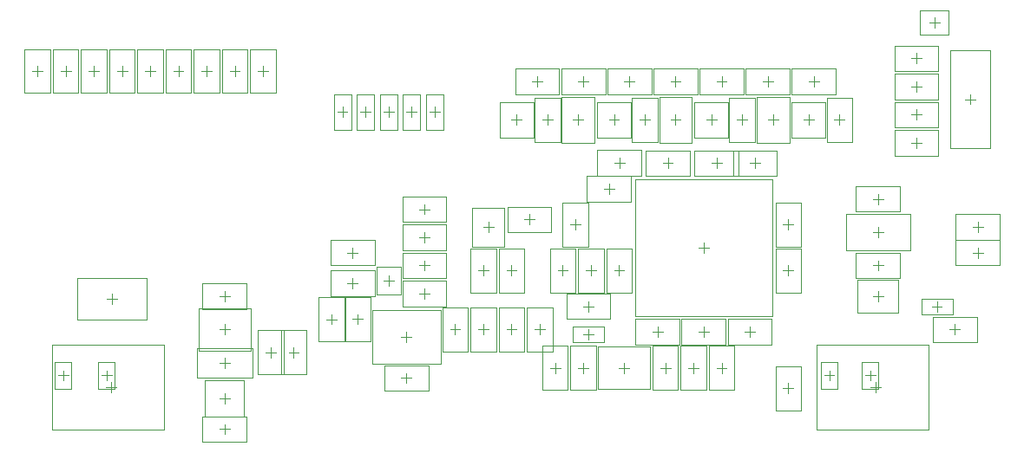
<source format=gbr>
%TF.GenerationSoftware,Altium Limited,Altium Designer,21.0.9 (235)*%
G04 Layer_Color=32768*
%FSLAX45Y45*%
%MOMM*%
%TF.SameCoordinates,EF7BBA3F-781E-4618-A6AB-C8CA2981E545*%
%TF.FilePolarity,Positive*%
%TF.FileFunction,Other,Mechanical_15*%
%TF.Part,Single*%
G01*
G75*
%TA.AperFunction,NonConductor*%
%ADD148C,0.10000*%
%ADD150C,0.05000*%
D148*
X1175000Y675000D02*
X1275000D01*
X1225000Y625000D02*
Y725000D01*
X750000Y675000D02*
X850000D01*
X800000Y625000D02*
Y725000D01*
X8225000Y675000D02*
X8325000D01*
X8275000Y625000D02*
Y725000D01*
X8625000Y675000D02*
X8725000D01*
X8675000Y625000D02*
Y725000D01*
X9300000Y4075000D02*
Y4175000D01*
X9250000Y4125000D02*
X9350000D01*
X5425000Y3500000D02*
Y3600000D01*
X5375000Y3550000D02*
X5475000D01*
X3417339Y1174280D02*
Y1274280D01*
X3367339Y1224280D02*
X3467339D01*
X9450000Y1125000D02*
X9550000D01*
X9500000Y1075000D02*
Y1175000D01*
X5175000Y1650000D02*
Y1750000D01*
X5125000Y1700000D02*
X5225000D01*
X5875000Y1075000D02*
X5975000D01*
X5925000Y1025000D02*
Y1125000D01*
X4625000Y1075000D02*
Y1175000D01*
X4575000Y1125000D02*
X4675000D01*
X1225000Y1425000D02*
X1325000D01*
X1275000Y1375000D02*
Y1475000D01*
X4375000Y3250000D02*
X4475000D01*
X4425000Y3200000D02*
Y3300000D01*
X4510000Y3077500D02*
Y3422500D01*
X4340000Y3077500D02*
Y3422500D01*
X4510000D01*
X4340000Y3077500D02*
X4510000D01*
X2700000Y3650000D02*
X2800000D01*
X2750000Y3600000D02*
Y3700000D01*
X2425000Y3650000D02*
X2525000D01*
X2475000Y3600000D02*
Y3700000D01*
X2150000Y3650000D02*
X2250000D01*
X2200000Y3600000D02*
Y3700000D01*
X1875000Y3650000D02*
X1975000D01*
X1925000Y3600000D02*
Y3700000D01*
X1600000Y3650000D02*
X1700000D01*
X1650000Y3600000D02*
Y3700000D01*
X1325000Y3650000D02*
X1425000D01*
X1375000Y3600000D02*
Y3700000D01*
X1050000Y3650000D02*
X1150000D01*
X1100000Y3600000D02*
Y3700000D01*
X775000Y3650000D02*
X875000D01*
X825000Y3600000D02*
Y3700000D01*
X500000Y3650000D02*
X600000D01*
X550000Y3600000D02*
Y3700000D01*
X8025000Y3175000D02*
X8125000D01*
X8075000Y3125000D02*
Y3225000D01*
X7675000Y3175000D02*
X7775000D01*
X7725000Y3125000D02*
Y3225000D01*
X7075000Y3175000D02*
X7175000D01*
X7125000Y3125000D02*
Y3225000D01*
X6725000Y3175000D02*
X6825000D01*
X6775000Y3125000D02*
Y3225000D01*
X6125000Y3175000D02*
X6225000D01*
X6175000Y3125000D02*
Y3225000D01*
X5775000Y3175000D02*
X5875000D01*
X5825000Y3125000D02*
Y3225000D01*
X8075000Y3550000D02*
X8175000D01*
X8125000Y3500000D02*
Y3600000D01*
X7625000Y3550000D02*
X7725000D01*
X7675000Y3500000D02*
Y3600000D01*
X7175000Y3550000D02*
X7275000D01*
X7225000Y3500000D02*
Y3600000D01*
X6725000Y3550000D02*
X6825000D01*
X6775000Y3500000D02*
Y3600000D01*
X6275000Y3550000D02*
X6375000D01*
X6325000Y3500000D02*
Y3600000D01*
X5825000Y3550000D02*
X5925000D01*
X5875000Y3500000D02*
Y3600000D01*
X5475000Y3175000D02*
X5575000D01*
X5525000Y3125000D02*
Y3225000D01*
X6425000Y3175000D02*
X6525000D01*
X6475000Y3125000D02*
Y3225000D01*
X7375000Y3175000D02*
X7475000D01*
X7425000Y3125000D02*
Y3225000D01*
X8325000Y3175000D02*
X8425000D01*
X8375000Y3125000D02*
Y3225000D01*
X7875000Y1650000D02*
Y1750000D01*
X7825000Y1700000D02*
X7925000D01*
X7875000Y2100000D02*
Y2200000D01*
X7825000Y2150000D02*
X7925000D01*
X7500000Y2750000D02*
X7600000D01*
X7550000Y2700000D02*
Y2800000D01*
X7125000Y2750000D02*
X7225000D01*
X7175000Y2700000D02*
Y2800000D01*
X6650000Y2750000D02*
X6750000D01*
X6700000Y2700000D02*
Y2800000D01*
X6177280Y2755120D02*
X6277280D01*
X6227280Y2705120D02*
Y2805120D01*
X6075000Y2500000D02*
X6175000D01*
X6125000Y2450000D02*
Y2550000D01*
X5800000Y2100000D02*
Y2200000D01*
X5750000Y2150000D02*
X5850000D01*
X5900000Y1700000D02*
X6000000D01*
X5950000Y1650000D02*
Y1750000D01*
X5675000Y1650000D02*
Y1750000D01*
X5625000Y1700000D02*
X5725000D01*
X6175000D02*
X6275000D01*
X6225000Y1650000D02*
Y1750000D01*
X5875000Y1350000D02*
X5975000D01*
X5925000Y1300000D02*
Y1400000D01*
X9125000Y2900000D02*
Y3000000D01*
X9075000Y2950000D02*
X9175000D01*
X9125000Y3175000D02*
Y3275000D01*
X9075000Y3225000D02*
X9175000D01*
X9125000Y3450000D02*
Y3550000D01*
X9075000Y3500000D02*
X9175000D01*
X9125000Y3725000D02*
Y3825000D01*
X9075000Y3775000D02*
X9175000D01*
X9725000Y1825000D02*
Y1925000D01*
X9675000Y1875000D02*
X9775000D01*
X9725000Y2075000D02*
Y2175000D01*
X9675000Y2125000D02*
X9775000D01*
X8700000Y2400000D02*
X8800000D01*
X8750000Y2350000D02*
Y2450000D01*
Y1700000D02*
Y1800000D01*
X8700000Y1750000D02*
X8800000D01*
X9325000Y1300000D02*
Y1400000D01*
X9275000Y1350000D02*
X9375000D01*
X7825000Y550000D02*
X7925000D01*
X7875000Y500000D02*
Y600000D01*
X6950000Y700000D02*
Y800000D01*
X6900000Y750000D02*
X7000000D01*
X7450000Y1100000D02*
X7550000D01*
X7500000Y1050000D02*
Y1150000D01*
X7000000Y1100000D02*
X7100000D01*
X7050000Y1050000D02*
Y1150000D01*
X7225000Y700000D02*
Y800000D01*
X7175000Y750000D02*
X7275000D01*
X6675000Y700000D02*
Y800000D01*
X6625000Y750000D02*
X6725000D01*
X6550000Y1100000D02*
X6650000D01*
X6600000Y1050000D02*
Y1150000D01*
X6275000Y700000D02*
Y800000D01*
X6225000Y750000D02*
X6325000D01*
X5875000Y700000D02*
Y800000D01*
X5825000Y750000D02*
X5925000D01*
X5600000Y700000D02*
Y800000D01*
X5550000Y750000D02*
X5650000D01*
X5350000Y2150000D02*
Y2250000D01*
X5300000Y2200000D02*
X5400000D01*
X4950000Y2075000D02*
Y2175000D01*
X4900000Y2125000D02*
X5000000D01*
X4900000Y1650000D02*
Y1750000D01*
X4850000Y1700000D02*
X4950000D01*
X5400000Y1125000D02*
X5500000D01*
X5450000Y1075000D02*
Y1175000D01*
X5125000Y1125000D02*
X5225000D01*
X5175000Y1075000D02*
Y1175000D01*
X4850000Y1125000D02*
X4950000D01*
X4900000Y1075000D02*
Y1175000D01*
X4325000Y2250000D02*
Y2350000D01*
X4275000Y2300000D02*
X4375000D01*
X4325000Y1975000D02*
Y2075000D01*
X4275000Y2025000D02*
X4375000D01*
X4325000Y1700000D02*
Y1800000D01*
X4275000Y1750000D02*
X4375000D01*
X4325000Y1425000D02*
Y1525000D01*
X4275000Y1475000D02*
X4375000D01*
X3925000Y1600000D02*
X4025000D01*
X3975000Y1550000D02*
Y1650000D01*
X4100000Y650000D02*
X4200000D01*
X4150000Y600000D02*
Y700000D01*
X3625000Y1825000D02*
Y1925000D01*
X3575000Y1875000D02*
X3675000D01*
X3625000Y1525000D02*
Y1625000D01*
X3575000Y1575000D02*
X3675000D01*
X3625000Y1225000D02*
X3725000D01*
X3675000Y1175000D02*
Y1275000D01*
X3050000Y850000D02*
Y950000D01*
X3000000Y900000D02*
X3100000D01*
X2825000Y850000D02*
Y950000D01*
X2775000Y900000D02*
X2875000D01*
X2375000Y100000D02*
Y200000D01*
X2325000Y150000D02*
X2425000D01*
X2325000Y450000D02*
X2425000D01*
X2375000Y400000D02*
Y500000D01*
Y750000D02*
Y850000D01*
X2325000Y800000D02*
X2425000D01*
X2325000Y1125000D02*
X2425000D01*
X2375000Y1075000D02*
Y1175000D01*
Y1400000D02*
Y1500000D01*
X2325000Y1450000D02*
X2425000D01*
X4150000Y3250000D02*
X4250000D01*
X4200000Y3200000D02*
Y3300000D01*
X4285000Y3077500D02*
Y3422500D01*
X4115000Y3077500D02*
Y3422500D01*
X4285000D01*
X4115000Y3077500D02*
X4285000D01*
X3925000Y3250000D02*
X4025000D01*
X3975000Y3200000D02*
Y3300000D01*
X4060000Y3077500D02*
Y3422500D01*
X3890000Y3077500D02*
Y3422500D01*
X4060000D01*
X3890000Y3077500D02*
X4060000D01*
X3699976Y3249999D02*
X3799976D01*
X3749976Y3199999D02*
Y3299999D01*
X3834976Y3077499D02*
Y3422499D01*
X3664976Y3077499D02*
Y3422499D01*
X3834976D01*
X3664976Y3077499D02*
X3834976D01*
X3475000Y3250000D02*
X3575000D01*
X3525000Y3200000D02*
Y3300000D01*
X3610000Y3077500D02*
Y3422500D01*
X3440000Y3077500D02*
Y3422500D01*
X3610000D01*
X3440000Y3077500D02*
X3610000D01*
X8730000Y508800D02*
Y608800D01*
X8680000Y558800D02*
X8780000D01*
X1270000Y508800D02*
Y608800D01*
X1220000Y558800D02*
X1320000D01*
X8700000Y2075000D02*
X8800000D01*
X8750000Y2025000D02*
Y2125000D01*
X4150000Y1000000D02*
Y1100000D01*
X4100000Y1050000D02*
X4200000D01*
X5225000Y3125000D02*
Y3225000D01*
X5175000Y3175000D02*
X5275000D01*
X7000000Y1925000D02*
X7100000D01*
X7050000Y1875000D02*
Y1975000D01*
D150*
X1305000Y540000D02*
Y810000D01*
X1145000Y540000D02*
Y810000D01*
Y540000D02*
X1305000D01*
X1145000Y810000D02*
X1305000D01*
X880000Y540000D02*
Y810000D01*
X720000Y540000D02*
Y810000D01*
Y540000D02*
X880000D01*
X720000Y810000D02*
X880000D01*
X8355000Y540000D02*
Y810000D01*
X8195000Y540000D02*
Y810000D01*
Y540000D02*
X8355000D01*
X8195000Y810000D02*
X8355000D01*
X8755000Y540000D02*
Y810000D01*
X8595000Y540000D02*
Y810000D01*
Y540000D02*
X8755000D01*
X8595000Y810000D02*
X8755000D01*
X9163000Y4242000D02*
X9437000D01*
X9163000Y4008000D02*
Y4242000D01*
X9437000Y4008000D02*
Y4242000D01*
X9163000Y4008000D02*
X9437000D01*
X5210000Y3675000D02*
X5640000D01*
X5210000Y3425000D02*
X5640000D01*
X5210000D02*
Y3675000D01*
X5640000Y3425000D02*
Y3675000D01*
X3292339Y1009280D02*
X3542339D01*
X3292339Y1439280D02*
X3542339D01*
X3292339Y1009280D02*
Y1439280D01*
X3542339Y1009280D02*
Y1439280D01*
X9715000Y1000000D02*
Y1250000D01*
X9285000Y1000000D02*
Y1250000D01*
Y1000000D02*
X9715000D01*
X9285000Y1250000D02*
X9715000D01*
X5050000Y1485000D02*
X5300000D01*
X5050000Y1915000D02*
X5300000D01*
X5050000Y1485000D02*
Y1915000D01*
X5300000Y1485000D02*
Y1915000D01*
X5772000Y997500D02*
X6078000D01*
Y1152500D01*
X5772000D02*
X6078000D01*
X5772000Y997500D02*
Y1152500D01*
X4500000Y1340000D02*
X4750000D01*
X4500000Y910000D02*
X4750000D01*
Y1340000D01*
X4500000Y910000D02*
Y1340000D01*
X936050Y1220000D02*
Y1630000D01*
X1613950Y1220000D02*
Y1630000D01*
X936050D02*
X1613950D01*
X936050Y1220000D02*
X1613950D01*
X2875000Y3435000D02*
Y3865000D01*
X2625000Y3435000D02*
Y3865000D01*
Y3435000D02*
X2875000D01*
X2625000Y3865000D02*
X2875000D01*
X2600000Y3435000D02*
Y3865000D01*
X2350000Y3435000D02*
Y3865000D01*
Y3435000D02*
X2600000D01*
X2350000Y3865000D02*
X2600000D01*
X2075000Y3435000D02*
Y3865000D01*
X2325000Y3435000D02*
Y3865000D01*
X2075000D02*
X2325000D01*
X2075000Y3435000D02*
X2325000D01*
X1800000D02*
Y3865000D01*
X2050000Y3435000D02*
Y3865000D01*
X1800000D02*
X2050000D01*
X1800000Y3435000D02*
X2050000D01*
X1525000D02*
Y3865000D01*
X1775000Y3435000D02*
Y3865000D01*
X1525000D02*
X1775000D01*
X1525000Y3435000D02*
X1775000D01*
X1500000D02*
Y3865000D01*
X1250000Y3435000D02*
Y3865000D01*
Y3435000D02*
X1500000D01*
X1250000Y3865000D02*
X1500000D01*
X975000Y3435000D02*
Y3865000D01*
X1225000Y3435000D02*
Y3865000D01*
X975000D02*
X1225000D01*
X975000Y3435000D02*
X1225000D01*
X700000D02*
Y3865000D01*
X950000Y3435000D02*
Y3865000D01*
X700000D02*
X950000D01*
X700000Y3435000D02*
X950000D01*
X675000Y3435000D02*
Y3865000D01*
X425000Y3435000D02*
Y3865000D01*
Y3435000D02*
X675000D01*
X425000Y3865000D02*
X675000D01*
X7910000Y3000000D02*
Y3350000D01*
X8240000Y3000000D02*
Y3350000D01*
X7910000Y3000000D02*
X8240000D01*
X7910000Y3350000D02*
X8240000D01*
X7885000Y2950000D02*
Y3400000D01*
X7565000Y2950000D02*
Y3400000D01*
X7885000D01*
X7565000Y2950000D02*
X7885000D01*
X6960000Y3000000D02*
Y3350000D01*
X7290000Y3000000D02*
Y3350000D01*
X6960000Y3000000D02*
X7290000D01*
X6960000Y3350000D02*
X7290000D01*
X6935000Y2950000D02*
Y3400000D01*
X6615000Y2950000D02*
Y3400000D01*
X6935000D01*
X6615000Y2950000D02*
X6935000D01*
X6010000Y3000000D02*
Y3350000D01*
X6340000Y3000000D02*
Y3350000D01*
X6010000Y3000000D02*
X6340000D01*
X6010000Y3350000D02*
X6340000D01*
X5665000Y2950000D02*
Y3400000D01*
X5985000Y2950000D02*
Y3400000D01*
X5665000Y2950000D02*
X5985000D01*
X5665000Y3400000D02*
X5985000D01*
X8340000Y3425000D02*
Y3675000D01*
X7910000Y3425000D02*
Y3675000D01*
Y3425000D02*
X8340000D01*
X7910000Y3675000D02*
X8340000D01*
X7460000Y3425000D02*
Y3675000D01*
X7890000Y3425000D02*
Y3675000D01*
X7460000D02*
X7890000D01*
X7460000Y3425000D02*
X7890000D01*
X7440000D02*
Y3675000D01*
X7010000Y3425000D02*
Y3675000D01*
Y3425000D02*
X7440000D01*
X7010000Y3675000D02*
X7440000D01*
X6560000Y3425000D02*
Y3675000D01*
X6990000Y3425000D02*
Y3675000D01*
X6560000D02*
X6990000D01*
X6560000Y3425000D02*
X6990000D01*
X6540000D02*
Y3675000D01*
X6110000Y3425000D02*
Y3675000D01*
Y3425000D02*
X6540000D01*
X6110000Y3675000D02*
X6540000D01*
X5660000Y3425000D02*
Y3675000D01*
X6090000Y3425000D02*
Y3675000D01*
X5660000D02*
X6090000D01*
X5660000Y3425000D02*
X6090000D01*
X5400000Y2960000D02*
Y3390000D01*
X5650000Y2960000D02*
Y3390000D01*
X5400000Y2960000D02*
X5650000D01*
X5400000Y3390000D02*
X5650000D01*
X6350000Y2960000D02*
Y3390000D01*
X6600000Y2960000D02*
Y3390000D01*
X6350000Y2960000D02*
X6600000D01*
X6350000Y3390000D02*
X6600000D01*
X7300000Y2960000D02*
Y3390000D01*
X7550000Y2960000D02*
Y3390000D01*
X7300000Y2960000D02*
X7550000D01*
X7300000Y3390000D02*
X7550000D01*
X8250000Y2960000D02*
Y3390000D01*
X8500000Y2960000D02*
Y3390000D01*
X8250000Y2960000D02*
X8500000D01*
X8250000Y3390000D02*
X8500000D01*
X7750000Y1915000D02*
X8000000D01*
X7750000Y1485000D02*
X8000000D01*
Y1915000D01*
X7750000Y1485000D02*
Y1915000D01*
Y1935000D02*
X8000000D01*
X7750000Y2365000D02*
X8000000D01*
X7750000Y1935000D02*
Y2365000D01*
X8000000Y1935000D02*
Y2365000D01*
X7335000Y2625000D02*
Y2875000D01*
X7765000Y2625000D02*
Y2875000D01*
X7335000D02*
X7765000D01*
X7335000Y2625000D02*
X7765000D01*
X7390000D02*
Y2875000D01*
X6960000Y2625000D02*
Y2875000D01*
Y2625000D02*
X7390000D01*
X6960000Y2875000D02*
X7390000D01*
X6915000Y2625000D02*
Y2875000D01*
X6485000Y2625000D02*
Y2875000D01*
Y2625000D02*
X6915000D01*
X6485000Y2875000D02*
X6915000D01*
X6012280Y2630120D02*
Y2880120D01*
X6442280Y2630120D02*
Y2880120D01*
X6012280D02*
X6442280D01*
X6012280Y2630120D02*
X6442280D01*
X6340000Y2375000D02*
Y2625000D01*
X5910000Y2375000D02*
Y2625000D01*
Y2375000D02*
X6340000D01*
X5910000Y2625000D02*
X6340000D01*
X5675000Y2365000D02*
X5925000D01*
X5675000Y1935000D02*
X5925000D01*
Y2365000D01*
X5675000Y1935000D02*
Y2365000D01*
X5825000Y1485000D02*
Y1915000D01*
X6075000Y1485000D02*
Y1915000D01*
X5825000Y1485000D02*
X6075000D01*
X5825000Y1915000D02*
X6075000D01*
X5550000Y1915000D02*
X5800000D01*
X5550000Y1485000D02*
X5800000D01*
Y1915000D01*
X5550000Y1485000D02*
Y1915000D01*
X6100000Y1485000D02*
Y1915000D01*
X6350000Y1485000D02*
Y1915000D01*
X6100000Y1485000D02*
X6350000D01*
X6100000Y1915000D02*
X6350000D01*
X5710000Y1225000D02*
Y1475000D01*
X6140000Y1225000D02*
Y1475000D01*
X5710000D02*
X6140000D01*
X5710000Y1225000D02*
X6140000D01*
X8910000Y3075000D02*
X9340000D01*
X8910000Y2825000D02*
X9340000D01*
X8910000D02*
Y3075000D01*
X9340000Y2825000D02*
Y3075000D01*
X8910000Y3350000D02*
X9340000D01*
X8910000Y3100000D02*
X9340000D01*
X8910000D02*
Y3350000D01*
X9340000Y3100000D02*
Y3350000D01*
X8910000Y3625000D02*
X9340000D01*
X8910000Y3375000D02*
X9340000D01*
X8910000D02*
Y3625000D01*
X9340000Y3375000D02*
Y3625000D01*
X8910000Y3900000D02*
X9340000D01*
X8910000Y3650000D02*
X9340000D01*
X8910000D02*
Y3900000D01*
X9340000Y3650000D02*
Y3900000D01*
X9600000Y3375000D02*
X9700000D01*
X9650000Y3325000D02*
Y3425000D01*
X9452500Y2895500D02*
Y3854500D01*
Y2895500D02*
X9847500D01*
Y3854500D01*
X9452500D02*
X9847500D01*
X9510000Y2000000D02*
X9940000D01*
X9510000Y1750000D02*
X9940000D01*
Y2000000D01*
X9510000Y1750000D02*
Y2000000D01*
Y2250000D02*
X9940000D01*
X9510000Y2000000D02*
X9940000D01*
Y2250000D01*
X9510000Y2000000D02*
Y2250000D01*
X8535000Y2275000D02*
Y2525000D01*
X8965000Y2275000D02*
Y2525000D01*
X8535000D02*
X8965000D01*
X8535000Y2275000D02*
X8965000D01*
X8552500Y1612000D02*
X8947500D01*
X8552500Y1288000D02*
Y1612000D01*
Y1288000D02*
X8947500D01*
Y1612000D01*
X8750000Y1400000D02*
Y1500000D01*
X8700000Y1450000D02*
X8800000D01*
X8535000Y1625000D02*
X8965000D01*
X8535000Y1875000D02*
X8965000D01*
Y1625000D02*
Y1875000D01*
X8535000Y1625000D02*
Y1875000D01*
X9478000Y1272500D02*
Y1427500D01*
X9172000Y1272500D02*
X9478000D01*
X9172000D02*
Y1427500D01*
X9478000D01*
X7750000Y335000D02*
Y765000D01*
X8000000Y335000D02*
Y765000D01*
X7750000Y335000D02*
X8000000D01*
X7750000Y765000D02*
X8000000D01*
X6825000Y965000D02*
X7075000D01*
X6825000Y535000D02*
X7075000D01*
Y965000D01*
X6825000Y535000D02*
Y965000D01*
X7715000Y975000D02*
Y1225000D01*
X7285000Y975000D02*
Y1225000D01*
Y975000D02*
X7715000D01*
X7285000Y1225000D02*
X7715000D01*
X7265000Y975000D02*
Y1225000D01*
X6835000Y975000D02*
Y1225000D01*
Y975000D02*
X7265000D01*
X6835000Y1225000D02*
X7265000D01*
X7100000Y535000D02*
X7350000D01*
X7100000Y965000D02*
X7350000D01*
X7100000Y535000D02*
Y965000D01*
X7350000Y535000D02*
Y965000D01*
X6550000Y965000D02*
X6800000D01*
X6550000Y535000D02*
X6800000D01*
Y965000D01*
X6550000Y535000D02*
Y965000D01*
X6385000Y975000D02*
Y1225000D01*
X6815000Y975000D02*
Y1225000D01*
X6385000D02*
X6815000D01*
X6385000Y975000D02*
X6815000D01*
X6020000Y545000D02*
X6530000D01*
X6020000Y955000D02*
X6530000D01*
Y545000D02*
Y955000D01*
X6020000Y545000D02*
Y955000D01*
X5750000Y965000D02*
X6000000D01*
X5750000Y535000D02*
X6000000D01*
Y965000D01*
X5750000Y535000D02*
Y965000D01*
X5475000Y535000D02*
X5725000D01*
X5475000Y965000D02*
X5725000D01*
X5475000Y535000D02*
Y965000D01*
X5725000Y535000D02*
Y965000D01*
X5135000Y2325000D02*
X5565000D01*
X5135000Y2075000D02*
X5565000D01*
X5135000D02*
Y2325000D01*
X5565000Y2075000D02*
Y2325000D01*
X5106000Y1935000D02*
Y2315000D01*
X4794000Y1935000D02*
Y2315000D01*
Y1935000D02*
X5106000D01*
X4794000Y2315000D02*
X5106000D01*
X4775000Y1915000D02*
X5025000D01*
X4775000Y1485000D02*
X5025000D01*
Y1915000D01*
X4775000Y1485000D02*
Y1915000D01*
X5575000Y910000D02*
Y1340000D01*
X5325000Y910000D02*
Y1340000D01*
X5575000D01*
X5325000Y910000D02*
X5575000D01*
X5300000D02*
Y1340000D01*
X5050000Y910000D02*
Y1340000D01*
X5300000D01*
X5050000Y910000D02*
X5300000D01*
X5025000D02*
Y1340000D01*
X4775000Y910000D02*
Y1340000D01*
X5025000D01*
X4775000Y910000D02*
X5025000D01*
X4110000Y2175000D02*
X4540000D01*
X4110000Y2425000D02*
X4540000D01*
Y2175000D02*
Y2425000D01*
X4110000Y2175000D02*
Y2425000D01*
Y1900000D02*
X4540000D01*
X4110000Y2150000D02*
X4540000D01*
Y1900000D02*
Y2150000D01*
X4110000Y1900000D02*
Y2150000D01*
Y1875000D02*
X4540000D01*
X4110000Y1625000D02*
X4540000D01*
X4110000D02*
Y1875000D01*
X4540000Y1625000D02*
Y1875000D01*
X4110000Y1600000D02*
X4540000D01*
X4110000Y1350000D02*
X4540000D01*
X4110000D02*
Y1600000D01*
X4540000Y1350000D02*
Y1600000D01*
X3855000Y1462500D02*
Y1737500D01*
X4095000Y1462500D02*
Y1737500D01*
X3855000Y1462500D02*
X4095000D01*
X3855000Y1737500D02*
X4095000D01*
X4365000Y525000D02*
Y775000D01*
X3935000Y525000D02*
Y775000D01*
Y525000D02*
X4365000D01*
X3935000Y775000D02*
X4365000D01*
X3410000Y2000000D02*
X3840000D01*
X3410000Y1750000D02*
X3840000D01*
X3410000D02*
Y2000000D01*
X3840000Y1750000D02*
Y2000000D01*
X3410000Y1700000D02*
X3840000D01*
X3410000Y1450000D02*
X3840000D01*
X3410000D02*
Y1700000D01*
X3840000Y1450000D02*
Y1700000D01*
X3800000Y1010000D02*
Y1440000D01*
X3550000Y1010000D02*
Y1440000D01*
X3800000D01*
X3550000Y1010000D02*
X3800000D01*
X2925000Y1115000D02*
X3175000D01*
X2925000Y685000D02*
X3175000D01*
Y1115000D01*
X2925000Y685000D02*
Y1115000D01*
X2700000D02*
X2950000D01*
X2700000Y685000D02*
X2950000D01*
Y1115000D01*
X2700000Y685000D02*
Y1115000D01*
X2160000Y25000D02*
X2590000D01*
X2160000Y275000D02*
X2590000D01*
Y25000D02*
Y275000D01*
X2160000Y25000D02*
Y275000D01*
X2567500D02*
Y625000D01*
X2182500Y275000D02*
Y625000D01*
Y275000D02*
X2567500D01*
X2182500Y625000D02*
X2567500D01*
X2105000Y655000D02*
X2645000D01*
X2105000Y945000D02*
X2645000D01*
Y655000D02*
Y945000D01*
X2105000Y655000D02*
Y945000D01*
X2120000Y920000D02*
Y1330000D01*
X2630000Y920000D02*
Y1330000D01*
X2120000D02*
X2630000D01*
X2120000Y920000D02*
X2630000D01*
X2160000Y1575000D02*
X2590000D01*
X2160000Y1325000D02*
X2590000D01*
X2160000D02*
Y1575000D01*
X2590000Y1325000D02*
Y1575000D01*
X8155012Y143794D02*
Y973794D01*
Y143794D02*
X9247992D01*
X8155012Y973794D02*
X9247992D01*
Y143794D02*
Y973798D01*
X695012Y143794D02*
Y973794D01*
Y143794D02*
X1787992D01*
X695012Y973794D02*
X1787992D01*
Y143794D02*
Y973798D01*
X9062500Y1900000D02*
Y2250000D01*
X8437500Y1900000D02*
Y2250000D01*
Y1900000D02*
X9062500D01*
X8437500Y2250000D02*
X9062500D01*
X3815000Y1310000D02*
X4485000D01*
X3815000Y790000D02*
X4485000D01*
X3815000D02*
Y1310000D01*
X4485000Y790000D02*
Y1310000D01*
X5060000Y3350000D02*
X5390000D01*
X5060000Y3000000D02*
X5390000D01*
Y3350000D01*
X5060000Y3000000D02*
Y3350000D01*
X6380000Y1255000D02*
Y2595000D01*
X7720000Y1255000D02*
Y2595000D01*
X6380000D02*
X7720000D01*
X6380000Y1255000D02*
X7720000D01*
%TF.MD5,e64003144e779044338382fc8b6b695c*%
M02*

</source>
